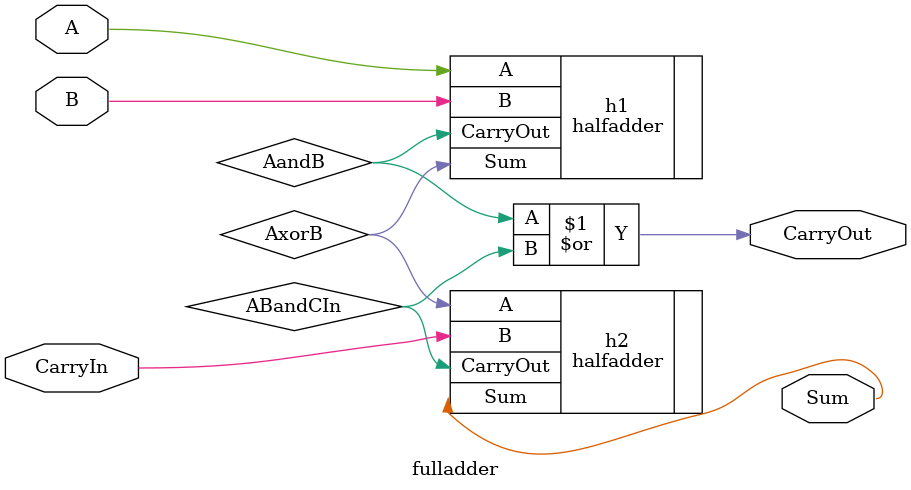
<source format=v>
module fulladder (
    input A, B, CarryIn,
    output Sum, CarryOut
);

    wire AandB, AxorB, ABandCIn;

    halfadder h1 (.A(A),.B(B),.Sum(AxorB), .CarryOut(AandB));
    halfadder h2 (.A(AxorB), .B(CarryIn), .Sum(Sum), .CarryOut(ABandCIn));

    or o1 (CarryOut, AandB, ABandCIn);

endmodule

</source>
